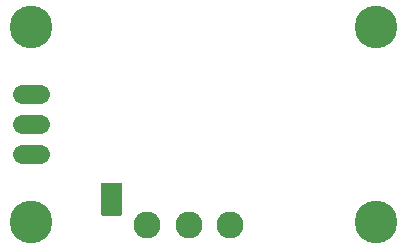
<source format=gbr>
G04 EAGLE Gerber RS-274X export*
G75*
%MOMM*%
%FSLAX34Y34*%
%LPD*%
%INSoldermask Bottom*%
%IPPOS*%
%AMOC8*
5,1,8,0,0,1.08239X$1,22.5*%
G01*
%ADD10C,3.617600*%
%ADD11C,1.609600*%
%ADD12C,2.286000*%

G36*
X101083Y30496D02*
X101083Y30496D01*
X101202Y30503D01*
X101240Y30516D01*
X101281Y30521D01*
X101391Y30564D01*
X101504Y30601D01*
X101539Y30623D01*
X101576Y30638D01*
X101672Y30708D01*
X101773Y30771D01*
X101801Y30801D01*
X101834Y30824D01*
X101910Y30916D01*
X101991Y31003D01*
X102011Y31038D01*
X102036Y31069D01*
X102087Y31177D01*
X102145Y31281D01*
X102155Y31321D01*
X102172Y31357D01*
X102194Y31474D01*
X102224Y31589D01*
X102228Y31650D01*
X102232Y31670D01*
X102230Y31690D01*
X102234Y31750D01*
X102234Y57150D01*
X102219Y57268D01*
X102212Y57387D01*
X102199Y57425D01*
X102194Y57466D01*
X102151Y57576D01*
X102114Y57689D01*
X102092Y57724D01*
X102077Y57761D01*
X102008Y57857D01*
X101944Y57958D01*
X101914Y57986D01*
X101891Y58019D01*
X101799Y58095D01*
X101712Y58176D01*
X101677Y58196D01*
X101646Y58221D01*
X101538Y58272D01*
X101434Y58330D01*
X101394Y58340D01*
X101358Y58357D01*
X101241Y58379D01*
X101126Y58409D01*
X101066Y58413D01*
X101046Y58417D01*
X101025Y58415D01*
X100965Y58419D01*
X85725Y58419D01*
X85607Y58404D01*
X85488Y58397D01*
X85450Y58384D01*
X85409Y58379D01*
X85299Y58336D01*
X85186Y58299D01*
X85151Y58277D01*
X85114Y58262D01*
X85018Y58193D01*
X84917Y58129D01*
X84889Y58099D01*
X84856Y58076D01*
X84781Y57984D01*
X84699Y57897D01*
X84679Y57862D01*
X84654Y57831D01*
X84603Y57723D01*
X84545Y57619D01*
X84535Y57579D01*
X84518Y57543D01*
X84496Y57426D01*
X84466Y57311D01*
X84462Y57251D01*
X84458Y57231D01*
X84459Y57219D01*
X84458Y57216D01*
X84459Y57203D01*
X84456Y57150D01*
X84456Y31750D01*
X84471Y31632D01*
X84478Y31513D01*
X84491Y31475D01*
X84496Y31434D01*
X84539Y31324D01*
X84576Y31211D01*
X84598Y31176D01*
X84613Y31139D01*
X84683Y31043D01*
X84746Y30942D01*
X84776Y30914D01*
X84799Y30881D01*
X84891Y30806D01*
X84978Y30724D01*
X85013Y30704D01*
X85044Y30679D01*
X85152Y30628D01*
X85256Y30570D01*
X85296Y30560D01*
X85332Y30543D01*
X85449Y30521D01*
X85564Y30491D01*
X85625Y30487D01*
X85645Y30483D01*
X85665Y30485D01*
X85725Y30481D01*
X100965Y30481D01*
X101083Y30496D01*
G37*
D10*
X317500Y25400D03*
X317500Y190500D03*
D11*
X32940Y133350D02*
X17860Y133350D01*
X17860Y107950D02*
X32940Y107950D01*
X32940Y82550D02*
X17860Y82550D01*
D10*
X25400Y190500D03*
X25400Y25400D03*
D12*
X193750Y22860D03*
X158750Y22860D03*
X123750Y22860D03*
M02*

</source>
